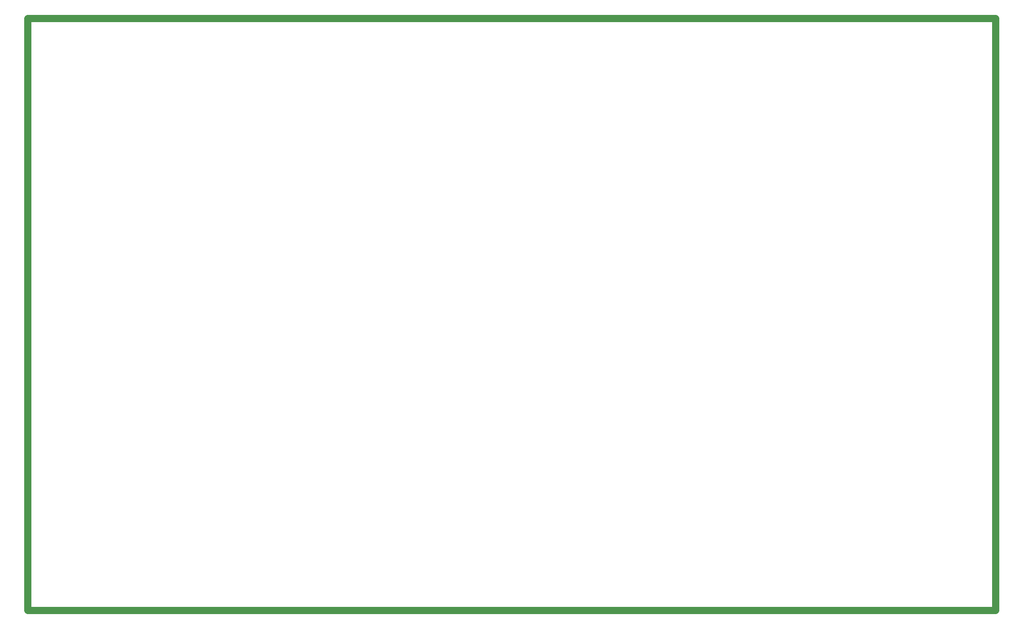
<source format=gbp>
%FSTAX23Y23*%
%MOIN*%
%SFA1B1*%

%IPPOS*%
%ADD25C,0.047240*%
%LNhanc_analog-1*%
%LPD*%
G54D25*
X01Y01D02*
Y04835D01*
X0727*
Y01D02*
Y04835D01*
X01Y01D02*
X0727D01*
M02*
</source>
